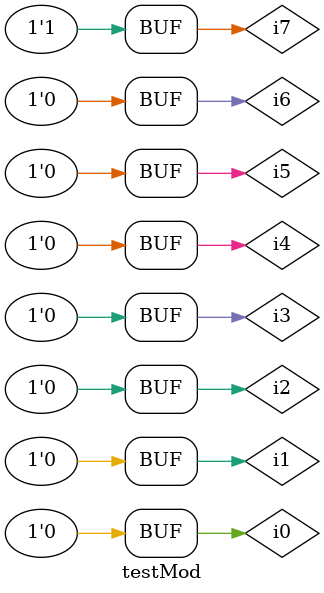
<source format=v>

module encoderMod(i0, i1, i2, i3, i4, i5, i6, i7, o0, o1, o2);
    input i0, i1, i2, i3, i4, i5, i6, i7;
    output o0, o1, o2;

    or(o0, i7, i5, i3, i1);
    or(o1, i7, i6, i3, i2);
    or(o2, i7, i6, i5, i4);
endmodule

module testMod;
    reg i0, i1, i2, i3, i4, i5, i6, i7;
    wire o0, o1, o2;

    encoderMod the_encoder(i0, i1, i2, i3, i4, i5, i6, i7, o0, o1, o2);

    initial begin
      $display("Time  i0  i1  i2  i3  i4  i5  i6  i7   o2  o1  o0");
      $display("----  ------------------------------   ----------");
      $monitor("   %0d   %b   %b   %b   %b   %b   %b   %b   %b   %b   %b   %b",$time, i0, i1, i2, i3, i4, i5, i6, i7, o2, o1, o0);
    end

    initial begin
      i0 = 1; i1 = 0; i2 = 0; i3 = 0; i4 = 0; i5 = 0; i6 = 0; i7 = 0;
      #1;
      i0 = 0; i1 = 1; i2 = 0; i3 = 0; i4 = 0; i5 = 0; i6 = 0; i7 = 0;
      #1;
      i0 = 0; i1 = 0; i2 = 1; i3 = 0; i4 = 0; i5 = 0; i6 = 0; i7 = 0;
      #1;
      i0 = 0; i1 = 0; i2 = 0; i3 = 1; i4 = 0; i5 = 0; i6 = 0; i7 = 0;
      #1;
      i0 = 0; i1 = 0; i2 = 0; i3 = 0; i4 = 1; i5 = 0; i6 = 0; i7 = 0;
      #1;
      i0 = 0; i1 = 0; i2 = 0; i3 = 0; i4 = 0; i5 = 1; i6 = 0; i7 = 0;
      #1;
      i0 = 0; i1 = 0; i2 = 0; i3 = 0; i4 = 0; i5 = 0; i6 = 1; i7 = 0;
      #1;
      i0 = 0; i1 = 0; i2 = 0; i3 = 0; i4 = 0; i5 = 0; i6 = 0; i7 = 1;      
    end
endmodule
</source>
